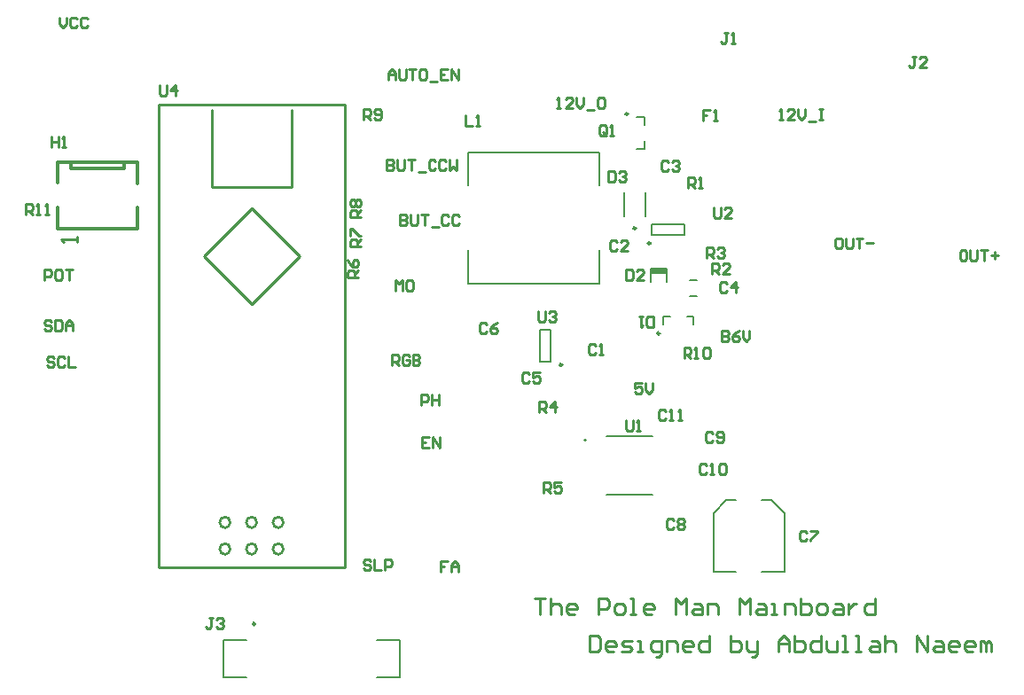
<source format=gbr>
G04*
G04 #@! TF.GenerationSoftware,Altium Limited,Altium Designer,22.4.2 (48)*
G04*
G04 Layer_Color=65535*
%FSLAX25Y25*%
%MOIN*%
G70*
G04*
G04 #@! TF.SameCoordinates,CF3C407C-0524-4A2E-8B94-90E9F096BC4F*
G04*
G04*
G04 #@! TF.FilePolarity,Positive*
G04*
G01*
G75*
%ADD10C,0.01000*%
%ADD11C,0.00984*%
%ADD12C,0.00787*%
%ADD13C,0.00500*%
%ADD14C,0.01181*%
%ADD15C,0.01200*%
%ADD16R,0.06248X0.02000*%
D10*
X94499Y71500D02*
G03*
X94499Y71500I-2000J0D01*
G01*
X104499D02*
G03*
X104499Y71500I-2000J0D01*
G01*
X114499D02*
G03*
X114499Y71500I-2000J0D01*
G01*
X94499Y61500D02*
G03*
X94499Y61500I-2000J0D01*
G01*
X104499D02*
G03*
X104499Y61500I-2000J0D01*
G01*
X114499D02*
G03*
X114499Y61500I-2000J0D01*
G01*
X67499Y54500D02*
X97999D01*
X137499Y228500D02*
X137499Y54500D01*
X67499Y228500D02*
X137499D01*
X67499D02*
X67499Y54500D01*
X97999D02*
X137499D01*
X36999Y177000D02*
Y178999D01*
Y178000D01*
X31001D01*
X32001Y177000D01*
X229500Y28997D02*
Y22999D01*
X232499D01*
X233499Y23999D01*
Y27998D01*
X232499Y28997D01*
X229500D01*
X238497Y22999D02*
X236498D01*
X235498Y23999D01*
Y25998D01*
X236498Y26998D01*
X238497D01*
X239497Y25998D01*
Y24999D01*
X235498D01*
X241496Y22999D02*
X244495D01*
X245495Y23999D01*
X244495Y24999D01*
X242496D01*
X241496Y25998D01*
X242496Y26998D01*
X245495D01*
X247494Y22999D02*
X249494D01*
X248494D01*
Y26998D01*
X247494D01*
X254492Y21000D02*
X255492D01*
X256491Y22000D01*
Y26998D01*
X253492D01*
X252493Y25998D01*
Y23999D01*
X253492Y22999D01*
X256491D01*
X258491D02*
Y26998D01*
X261490D01*
X262489Y25998D01*
Y22999D01*
X267488D02*
X265488D01*
X264489Y23999D01*
Y25998D01*
X265488Y26998D01*
X267488D01*
X268487Y25998D01*
Y24999D01*
X264489D01*
X274485Y28997D02*
Y22999D01*
X271486D01*
X270487Y23999D01*
Y25998D01*
X271486Y26998D01*
X274485D01*
X282483Y28997D02*
Y22999D01*
X285482D01*
X286482Y23999D01*
Y24999D01*
Y25998D01*
X285482Y26998D01*
X282483D01*
X288481D02*
Y23999D01*
X289481Y22999D01*
X292480D01*
Y22000D01*
X291480Y21000D01*
X290480D01*
X292480Y22999D02*
Y26998D01*
X300477Y22999D02*
Y26998D01*
X302476Y28997D01*
X304476Y26998D01*
Y22999D01*
Y25998D01*
X300477D01*
X306475Y28997D02*
Y22999D01*
X309474D01*
X310474Y23999D01*
Y24999D01*
Y25998D01*
X309474Y26998D01*
X306475D01*
X316472Y28997D02*
Y22999D01*
X313473D01*
X312473Y23999D01*
Y25998D01*
X313473Y26998D01*
X316472D01*
X318471D02*
Y23999D01*
X319471Y22999D01*
X322470D01*
Y26998D01*
X324469Y22999D02*
X326469D01*
X325469D01*
Y28997D01*
X324469D01*
X329468Y22999D02*
X331467D01*
X330467D01*
Y28997D01*
X329468D01*
X335466Y26998D02*
X337465D01*
X338465Y25998D01*
Y22999D01*
X335466D01*
X334466Y23999D01*
X335466Y24999D01*
X338465D01*
X340464Y28997D02*
Y22999D01*
Y25998D01*
X341464Y26998D01*
X343463D01*
X344463Y25998D01*
Y22999D01*
X352460D02*
Y28997D01*
X356459Y22999D01*
Y28997D01*
X359458Y26998D02*
X361457D01*
X362457Y25998D01*
Y22999D01*
X359458D01*
X358458Y23999D01*
X359458Y24999D01*
X362457D01*
X367455Y22999D02*
X365456D01*
X364456Y23999D01*
Y25998D01*
X365456Y26998D01*
X367455D01*
X368455Y25998D01*
Y24999D01*
X364456D01*
X373453Y22999D02*
X371454D01*
X370454Y23999D01*
Y25998D01*
X371454Y26998D01*
X373453D01*
X374453Y25998D01*
Y24999D01*
X370454D01*
X376452Y22999D02*
Y26998D01*
X377452D01*
X378452Y25998D01*
Y22999D01*
Y25998D01*
X379451Y26998D01*
X380451Y25998D01*
Y22999D01*
X209000Y42998D02*
X212999D01*
X210999D01*
Y37000D01*
X214998Y42998D02*
Y37000D01*
Y39999D01*
X215998Y40999D01*
X217997D01*
X218997Y39999D01*
Y37000D01*
X223995D02*
X221996D01*
X220996Y38000D01*
Y39999D01*
X221996Y40999D01*
X223995D01*
X224995Y39999D01*
Y38999D01*
X220996D01*
X232992Y37000D02*
Y42998D01*
X235991D01*
X236991Y41998D01*
Y39999D01*
X235991Y38999D01*
X232992D01*
X239990Y37000D02*
X241989D01*
X242989Y38000D01*
Y39999D01*
X241989Y40999D01*
X239990D01*
X238990Y39999D01*
Y38000D01*
X239990Y37000D01*
X244988D02*
X246988D01*
X245988D01*
Y42998D01*
X244988D01*
X252986Y37000D02*
X250986D01*
X249987Y38000D01*
Y39999D01*
X250986Y40999D01*
X252986D01*
X253985Y39999D01*
Y38999D01*
X249987D01*
X261983Y37000D02*
Y42998D01*
X263982Y40999D01*
X265982Y42998D01*
Y37000D01*
X268981Y40999D02*
X270980D01*
X271980Y39999D01*
Y37000D01*
X268981D01*
X267981Y38000D01*
X268981Y38999D01*
X271980D01*
X273979Y37000D02*
Y40999D01*
X276978D01*
X277978Y39999D01*
Y37000D01*
X285975D02*
Y42998D01*
X287974Y40999D01*
X289974Y42998D01*
Y37000D01*
X292973Y40999D02*
X294972D01*
X295972Y39999D01*
Y37000D01*
X292973D01*
X291973Y38000D01*
X292973Y38999D01*
X295972D01*
X297971Y37000D02*
X299971D01*
X298971D01*
Y40999D01*
X297971D01*
X302970Y37000D02*
Y40999D01*
X305969D01*
X306968Y39999D01*
Y37000D01*
X308968Y42998D02*
Y37000D01*
X311967D01*
X312966Y38000D01*
Y38999D01*
Y39999D01*
X311967Y40999D01*
X308968D01*
X315965Y37000D02*
X317965D01*
X318964Y38000D01*
Y39999D01*
X317965Y40999D01*
X315965D01*
X314966Y39999D01*
Y38000D01*
X315965Y37000D01*
X321964Y40999D02*
X323963D01*
X324962Y39999D01*
Y37000D01*
X321964D01*
X320964Y38000D01*
X321964Y38999D01*
X324962D01*
X326962Y40999D02*
Y37000D01*
Y38999D01*
X327961Y39999D01*
X328961Y40999D01*
X329961D01*
X336959Y42998D02*
Y37000D01*
X333960D01*
X332960Y38000D01*
Y39999D01*
X333960Y40999D01*
X336959D01*
X17599Y187400D02*
Y191336D01*
X19567D01*
X20223Y190680D01*
Y189368D01*
X19567Y188712D01*
X17599D01*
X18911D02*
X20223Y187400D01*
X21535D02*
X22847D01*
X22191D01*
Y191336D01*
X21535Y190680D01*
X24815Y187400D02*
X26127D01*
X25471D01*
Y191336D01*
X24815Y190680D01*
X265099Y133400D02*
Y137336D01*
X267067D01*
X267723Y136680D01*
Y135368D01*
X267067Y134712D01*
X265099D01*
X266411D02*
X267723Y133400D01*
X269035D02*
X270347D01*
X269691D01*
Y137336D01*
X269035Y136680D01*
X272315D02*
X272971Y137336D01*
X274283D01*
X274938Y136680D01*
Y134056D01*
X274283Y133400D01*
X272971D01*
X272315Y134056D01*
Y136680D01*
X153381Y207796D02*
Y203860D01*
X155349D01*
X156005Y204516D01*
Y205172D01*
X155349Y205828D01*
X153381D01*
X155349D01*
X156005Y206484D01*
Y207140D01*
X155349Y207796D01*
X153381D01*
X157317D02*
Y204516D01*
X157973Y203860D01*
X159284D01*
X159940Y204516D01*
Y207796D01*
X161252D02*
X163876D01*
X162564D01*
Y203860D01*
X165188Y203204D02*
X167812D01*
X171748Y207140D02*
X171092Y207796D01*
X169780D01*
X169124Y207140D01*
Y204516D01*
X169780Y203860D01*
X171092D01*
X171748Y204516D01*
X175683Y207140D02*
X175027Y207796D01*
X173715D01*
X173060Y207140D01*
Y204516D01*
X173715Y203860D01*
X175027D01*
X175683Y204516D01*
X176995Y207796D02*
Y203860D01*
X178307Y205172D01*
X179619Y203860D01*
Y207796D01*
X158349Y187296D02*
Y183360D01*
X160317D01*
X160973Y184016D01*
Y184672D01*
X160317Y185328D01*
X158349D01*
X160317D01*
X160973Y185984D01*
Y186640D01*
X160317Y187296D01*
X158349D01*
X162285D02*
Y184016D01*
X162940Y183360D01*
X164252D01*
X164908Y184016D01*
Y187296D01*
X166220D02*
X168844D01*
X167532D01*
Y183360D01*
X170156Y182704D02*
X172780D01*
X176716Y186640D02*
X176060Y187296D01*
X174748D01*
X174092Y186640D01*
Y184016D01*
X174748Y183360D01*
X176060D01*
X176716Y184016D01*
X180651Y186640D02*
X179995Y187296D01*
X178683D01*
X178027Y186640D01*
Y184016D01*
X178683Y183360D01*
X179995D01*
X180651Y184016D01*
X153880Y237860D02*
Y240484D01*
X155192Y241796D01*
X156504Y240484D01*
Y237860D01*
Y239828D01*
X153880D01*
X157816Y241796D02*
Y238516D01*
X158472Y237860D01*
X159784D01*
X160440Y238516D01*
Y241796D01*
X161751D02*
X164375D01*
X163063D01*
Y237860D01*
X167655Y241796D02*
X166343D01*
X165687Y241140D01*
Y238516D01*
X166343Y237860D01*
X167655D01*
X168311Y238516D01*
Y241140D01*
X167655Y241796D01*
X169623Y237204D02*
X172247D01*
X176182Y241796D02*
X173559D01*
Y237860D01*
X176182D01*
X173559Y239828D02*
X174871D01*
X177494Y237860D02*
Y241796D01*
X180118Y237860D01*
Y241796D01*
X235999Y217688D02*
Y220312D01*
X235343Y220968D01*
X234031D01*
X233375Y220312D01*
Y217688D01*
X234031Y217032D01*
X235343D01*
X234687Y218344D02*
X235999Y217032D01*
X235343D02*
X235999Y217688D01*
X237311Y217032D02*
X238623D01*
X237967D01*
Y220968D01*
X237311Y220312D01*
X274999Y226468D02*
X272375D01*
Y224500D01*
X273687D01*
X272375D01*
Y222532D01*
X276311D02*
X277623D01*
X276967D01*
Y226468D01*
X276311Y225812D01*
X217399Y227200D02*
X218711D01*
X218055D01*
Y231136D01*
X217399Y230480D01*
X223303Y227200D02*
X220679D01*
X223303Y229824D01*
Y230480D01*
X222647Y231136D01*
X221335D01*
X220679Y230480D01*
X224615Y231136D02*
Y228512D01*
X225926Y227200D01*
X227238Y228512D01*
Y231136D01*
X228550Y226544D02*
X231174D01*
X234454Y231136D02*
X233142D01*
X232486Y230480D01*
Y227856D01*
X233142Y227200D01*
X234454D01*
X235110Y227856D01*
Y230480D01*
X234454Y231136D01*
X176343Y56968D02*
X173719D01*
Y55000D01*
X175031D01*
X173719D01*
Y53032D01*
X177655D02*
Y55656D01*
X178967Y56968D01*
X180279Y55656D01*
Y53032D01*
Y55000D01*
X177655D01*
X30399Y261436D02*
Y258812D01*
X31711Y257500D01*
X33023Y258812D01*
Y261436D01*
X36959Y260780D02*
X36303Y261436D01*
X34991D01*
X34335Y260780D01*
Y258156D01*
X34991Y257500D01*
X36303D01*
X36959Y258156D01*
X40894Y260780D02*
X40238Y261436D01*
X38927D01*
X38271Y260780D01*
Y258156D01*
X38927Y257500D01*
X40238D01*
X40894Y258156D01*
X24751Y162532D02*
Y166468D01*
X26719D01*
X27375Y165812D01*
Y164500D01*
X26719Y163844D01*
X24751D01*
X30655Y166468D02*
X29343D01*
X28687Y165812D01*
Y163188D01*
X29343Y162532D01*
X30655D01*
X31311Y163188D01*
Y165812D01*
X30655Y166468D01*
X32623D02*
X35247D01*
X33935D01*
Y162532D01*
X27375Y146812D02*
X26719Y147468D01*
X25407D01*
X24751Y146812D01*
Y146156D01*
X25407Y145500D01*
X26719D01*
X27375Y144844D01*
Y144188D01*
X26719Y143532D01*
X25407D01*
X24751Y144188D01*
X28687Y147468D02*
Y143532D01*
X30655D01*
X31311Y144188D01*
Y146812D01*
X30655Y147468D01*
X28687D01*
X32623Y143532D02*
Y146156D01*
X33935Y147468D01*
X35247Y146156D01*
Y143532D01*
Y145500D01*
X32623D01*
X155252Y130532D02*
Y134468D01*
X157220D01*
X157876Y133812D01*
Y132500D01*
X157220Y131844D01*
X155252D01*
X156564D02*
X157876Y130532D01*
X161812Y133812D02*
X161156Y134468D01*
X159844D01*
X159188Y133812D01*
Y131188D01*
X159844Y130532D01*
X161156D01*
X161812Y131188D01*
Y132500D01*
X160500D01*
X163124Y134468D02*
Y130532D01*
X165092D01*
X165748Y131188D01*
Y131844D01*
X165092Y132500D01*
X163124D01*
X165092D01*
X165748Y133156D01*
Y133812D01*
X165092Y134468D01*
X163124D01*
X28375Y133312D02*
X27719Y133968D01*
X26407D01*
X25751Y133312D01*
Y132656D01*
X26407Y132000D01*
X27719D01*
X28375Y131344D01*
Y130688D01*
X27719Y130032D01*
X26407D01*
X25751Y130688D01*
X32311Y133312D02*
X31655Y133968D01*
X30343D01*
X29687Y133312D01*
Y130688D01*
X30343Y130032D01*
X31655D01*
X32311Y130688D01*
X33623Y133968D02*
Y130032D01*
X36247D01*
X323867Y178436D02*
X322555D01*
X321899Y177780D01*
Y175156D01*
X322555Y174500D01*
X323867D01*
X324523Y175156D01*
Y177780D01*
X323867Y178436D01*
X325835D02*
Y175156D01*
X326491Y174500D01*
X327803D01*
X328459Y175156D01*
Y178436D01*
X329771D02*
X332394D01*
X331083D01*
Y174500D01*
X333706Y176468D02*
X336330D01*
X370752Y173968D02*
X369440D01*
X368784Y173312D01*
Y170688D01*
X369440Y170032D01*
X370752D01*
X371408Y170688D01*
Y173312D01*
X370752Y173968D01*
X372720D02*
Y170688D01*
X373376Y170032D01*
X374688D01*
X375344Y170688D01*
Y173968D01*
X376656D02*
X379280D01*
X377968D01*
Y170032D01*
X380592Y172000D02*
X383215D01*
X381904Y173312D02*
Y170688D01*
X169344Y103468D02*
X166720D01*
Y99532D01*
X169344D01*
X166720Y101500D02*
X168032D01*
X170656Y99532D02*
Y103468D01*
X173280Y99532D01*
Y103468D01*
X147375Y56812D02*
X146719Y57468D01*
X145407D01*
X144751Y56812D01*
Y56156D01*
X145407Y55500D01*
X146719D01*
X147375Y54844D01*
Y54188D01*
X146719Y53532D01*
X145407D01*
X144751Y54188D01*
X148687Y57468D02*
Y53532D01*
X151311D01*
X152623D02*
Y57468D01*
X154591D01*
X155247Y56812D01*
Y55500D01*
X154591Y54844D01*
X152623D01*
X166220Y115532D02*
Y119468D01*
X168188D01*
X168844Y118812D01*
Y117500D01*
X168188Y116844D01*
X166220D01*
X170156Y119468D02*
Y115532D01*
Y117500D01*
X172780D01*
Y119468D01*
Y115532D01*
X249344Y123968D02*
X246720D01*
Y122000D01*
X248032Y122656D01*
X248688D01*
X249344Y122000D01*
Y120688D01*
X248688Y120032D01*
X247376D01*
X246720Y120688D01*
X250656Y123968D02*
Y121344D01*
X251968Y120032D01*
X253280Y121344D01*
Y123968D01*
X279252Y143468D02*
Y139532D01*
X281220D01*
X281876Y140188D01*
Y140844D01*
X281220Y141500D01*
X279252D01*
X281220D01*
X281876Y142156D01*
Y142812D01*
X281220Y143468D01*
X279252D01*
X285812D02*
X284500Y142812D01*
X283188Y141500D01*
Y140188D01*
X283844Y139532D01*
X285156D01*
X285812Y140188D01*
Y140844D01*
X285156Y141500D01*
X283188D01*
X287124Y143468D02*
Y140844D01*
X288436Y139532D01*
X289748Y140844D01*
Y143468D01*
X300800Y222860D02*
X302112D01*
X301456D01*
Y226796D01*
X300800Y226140D01*
X306703Y222860D02*
X304079D01*
X306703Y225484D01*
Y226140D01*
X306047Y226796D01*
X304735D01*
X304079Y226140D01*
X308015Y226796D02*
Y224172D01*
X309327Y222860D01*
X310639Y224172D01*
Y226796D01*
X311951Y222204D02*
X314575D01*
X315887Y226796D02*
X317198D01*
X316543D01*
Y222860D01*
X315887D01*
X317198D01*
X156720Y158532D02*
Y162468D01*
X158032Y161156D01*
X159344Y162468D01*
Y158532D01*
X162624Y162468D02*
X161312D01*
X160656Y161812D01*
Y159188D01*
X161312Y158532D01*
X162624D01*
X163280Y159188D01*
Y161812D01*
X162624Y162468D01*
X144720Y223032D02*
Y226968D01*
X146688D01*
X147344Y226312D01*
Y225000D01*
X146688Y224344D01*
X144720D01*
X146032D02*
X147344Y223032D01*
X148656Y223688D02*
X149312Y223032D01*
X150624D01*
X151280Y223688D01*
Y226312D01*
X150624Y226968D01*
X149312D01*
X148656Y226312D01*
Y225656D01*
X149312Y225000D01*
X151280D01*
X143468Y186220D02*
X139532D01*
Y188188D01*
X140188Y188844D01*
X141500D01*
X142156Y188188D01*
Y186220D01*
Y187532D02*
X143468Y188844D01*
X140188Y190156D02*
X139532Y190812D01*
Y192124D01*
X140188Y192780D01*
X140844D01*
X141500Y192124D01*
X142156Y192780D01*
X142812D01*
X143468Y192124D01*
Y190812D01*
X142812Y190156D01*
X142156D01*
X141500Y190812D01*
X140844Y190156D01*
X140188D01*
X141500Y190812D02*
Y192124D01*
X143468Y175220D02*
X139532D01*
Y177188D01*
X140188Y177844D01*
X141500D01*
X142156Y177188D01*
Y175220D01*
Y176532D02*
X143468Y177844D01*
X139532Y179156D02*
Y181780D01*
X140188D01*
X142812Y179156D01*
X143468D01*
X142467Y163720D02*
X138531D01*
Y165688D01*
X139187Y166344D01*
X140499D01*
X141155Y165688D01*
Y163720D01*
Y165032D02*
X142467Y166344D01*
X138531Y170280D02*
X139187Y168968D01*
X140499Y167656D01*
X141811D01*
X142467Y168312D01*
Y169624D01*
X141811Y170280D01*
X141155D01*
X140499Y169624D01*
Y167656D01*
X212220Y82532D02*
Y86468D01*
X214188D01*
X214844Y85812D01*
Y84500D01*
X214188Y83844D01*
X212220D01*
X213532D02*
X214844Y82532D01*
X218780Y86468D02*
X216156D01*
Y84500D01*
X217468Y85156D01*
X218124D01*
X218780Y84500D01*
Y83188D01*
X218124Y82532D01*
X216812D01*
X216156Y83188D01*
X210720Y113032D02*
Y116968D01*
X212688D01*
X213344Y116312D01*
Y115000D01*
X212688Y114344D01*
X210720D01*
X212032D02*
X213344Y113032D01*
X216624D02*
Y116968D01*
X214656Y115000D01*
X217280D01*
X258360Y113312D02*
X257704Y113968D01*
X256392D01*
X255736Y113312D01*
Y110688D01*
X256392Y110032D01*
X257704D01*
X258360Y110688D01*
X259672Y110032D02*
X260984D01*
X260328D01*
Y113968D01*
X259672Y113312D01*
X262952Y110032D02*
X264264D01*
X263608D01*
Y113968D01*
X262952Y113312D01*
X273703Y92812D02*
X273047Y93468D01*
X271735D01*
X271079Y92812D01*
Y90188D01*
X271735Y89532D01*
X273047D01*
X273703Y90188D01*
X275015Y89532D02*
X276327D01*
X275671D01*
Y93468D01*
X275015Y92812D01*
X278295D02*
X278951Y93468D01*
X280263D01*
X280919Y92812D01*
Y90188D01*
X280263Y89532D01*
X278951D01*
X278295Y90188D01*
Y92812D01*
X275843Y104812D02*
X275187Y105468D01*
X273875D01*
X273219Y104812D01*
Y102188D01*
X273875Y101532D01*
X275187D01*
X275843Y102188D01*
X277155D02*
X277811Y101532D01*
X279123D01*
X279779Y102188D01*
Y104812D01*
X279123Y105468D01*
X277811D01*
X277155Y104812D01*
Y104156D01*
X277811Y103500D01*
X279779D01*
X261343Y72312D02*
X260687Y72968D01*
X259375D01*
X258719Y72312D01*
Y69688D01*
X259375Y69032D01*
X260687D01*
X261343Y69688D01*
X262655Y72312D02*
X263311Y72968D01*
X264623D01*
X265279Y72312D01*
Y71656D01*
X264623Y71000D01*
X265279Y70344D01*
Y69688D01*
X264623Y69032D01*
X263311D01*
X262655Y69688D01*
Y70344D01*
X263311Y71000D01*
X262655Y71656D01*
Y72312D01*
X263311Y71000D02*
X264623D01*
X311343Y67765D02*
X310687Y68421D01*
X309375D01*
X308719Y67765D01*
Y65141D01*
X309375Y64485D01*
X310687D01*
X311343Y65141D01*
X312655Y68421D02*
X315279D01*
Y67765D01*
X312655Y65141D01*
Y64485D01*
X67999Y235936D02*
Y232656D01*
X68655Y232000D01*
X69967D01*
X70623Y232656D01*
Y235936D01*
X73903Y232000D02*
Y235936D01*
X71935Y233968D01*
X74559D01*
X210219Y150968D02*
Y147688D01*
X210875Y147032D01*
X212187D01*
X212843Y147688D01*
Y150968D01*
X214155Y150312D02*
X214811Y150968D01*
X216123D01*
X216779Y150312D01*
Y149656D01*
X216123Y149000D01*
X215467D01*
X216123D01*
X216779Y148344D01*
Y147688D01*
X216123Y147032D01*
X214811D01*
X214155Y147688D01*
X276219Y189968D02*
Y186688D01*
X276875Y186032D01*
X278187D01*
X278843Y186688D01*
Y189968D01*
X282779Y186032D02*
X280155D01*
X282779Y188656D01*
Y189312D01*
X282123Y189968D01*
X280811D01*
X280155Y189312D01*
X243375Y109968D02*
Y106688D01*
X244031Y106032D01*
X245343D01*
X245999Y106688D01*
Y109968D01*
X247311Y106032D02*
X248623D01*
X247967D01*
Y109968D01*
X247311Y109312D01*
X273720Y171032D02*
Y174968D01*
X275688D01*
X276344Y174312D01*
Y173000D01*
X275688Y172344D01*
X273720D01*
X275032D02*
X276344Y171032D01*
X277656Y174312D02*
X278312Y174968D01*
X279624D01*
X280280Y174312D01*
Y173656D01*
X279624Y173000D01*
X278968D01*
X279624D01*
X280280Y172344D01*
Y171688D01*
X279624Y171032D01*
X278312D01*
X277656Y171688D01*
X275719Y165032D02*
Y168968D01*
X277687D01*
X278343Y168312D01*
Y167000D01*
X277687Y166344D01*
X275719D01*
X277031D02*
X278343Y165032D01*
X282279D02*
X279655D01*
X282279Y167656D01*
Y168312D01*
X281623Y168968D01*
X280311D01*
X279655Y168312D01*
X266599Y197400D02*
Y201336D01*
X268567D01*
X269223Y200680D01*
Y199368D01*
X268567Y198712D01*
X266599D01*
X267911D02*
X269223Y197400D01*
X270535D02*
X271847D01*
X271191D01*
Y201336D01*
X270535Y200680D01*
X182876Y224468D02*
Y220532D01*
X185500D01*
X186812D02*
X188124D01*
X187468D01*
Y224468D01*
X186812Y223812D01*
X87844Y35468D02*
X86532D01*
X87188D01*
Y32188D01*
X86532Y31532D01*
X85876D01*
X85220Y32188D01*
X89156Y34812D02*
X89812Y35468D01*
X91124D01*
X91780Y34812D01*
Y34156D01*
X91124Y33500D01*
X90468D01*
X91124D01*
X91780Y32844D01*
Y32188D01*
X91124Y31532D01*
X89812D01*
X89156Y32188D01*
X352344Y246468D02*
X351032D01*
X351688D01*
Y243188D01*
X351032Y242532D01*
X350376D01*
X349720Y243188D01*
X356280Y242532D02*
X353656D01*
X356280Y245156D01*
Y245812D01*
X355624Y246468D01*
X354312D01*
X353656Y245812D01*
X281499Y255468D02*
X280187D01*
X280843D01*
Y252188D01*
X280187Y251532D01*
X279531D01*
X278875Y252188D01*
X282811Y251532D02*
X284123D01*
X283467D01*
Y255468D01*
X282811Y254812D01*
X27299Y216536D02*
Y212600D01*
Y214568D01*
X29923D01*
Y216536D01*
Y212600D01*
X31235D02*
X32547D01*
X31891D01*
Y216536D01*
X31235Y215880D01*
X236720Y203468D02*
Y199532D01*
X238688D01*
X239344Y200188D01*
Y202812D01*
X238688Y203468D01*
X236720D01*
X240656Y202812D02*
X241312Y203468D01*
X242624D01*
X243280Y202812D01*
Y202156D01*
X242624Y201500D01*
X241968D01*
X242624D01*
X243280Y200844D01*
Y200188D01*
X242624Y199532D01*
X241312D01*
X240656Y200188D01*
X243219Y166468D02*
Y162532D01*
X245187D01*
X245843Y163188D01*
Y165812D01*
X245187Y166468D01*
X243219D01*
X249779Y162532D02*
X247155D01*
X249779Y165156D01*
Y165812D01*
X249123Y166468D01*
X247811D01*
X247155Y165812D01*
X253623Y145032D02*
Y148968D01*
X251655D01*
X250999Y148312D01*
Y145688D01*
X251655Y145032D01*
X253623D01*
X249687Y148968D02*
X248375D01*
X249031D01*
Y145032D01*
X249687Y145688D01*
X190844Y145812D02*
X190188Y146468D01*
X188876D01*
X188220Y145812D01*
Y143188D01*
X188876Y142532D01*
X190188D01*
X190844Y143188D01*
X194780Y146468D02*
X193468Y145812D01*
X192156Y144500D01*
Y143188D01*
X192812Y142532D01*
X194124D01*
X194780Y143188D01*
Y143844D01*
X194124Y144500D01*
X192156D01*
X206844Y127312D02*
X206188Y127968D01*
X204876D01*
X204220Y127312D01*
Y124688D01*
X204876Y124032D01*
X206188D01*
X206844Y124688D01*
X210780Y127968D02*
X208156D01*
Y126000D01*
X209468Y126656D01*
X210124D01*
X210780Y126000D01*
Y124688D01*
X210124Y124032D01*
X208812D01*
X208156Y124688D01*
X281343Y161312D02*
X280687Y161968D01*
X279375D01*
X278719Y161312D01*
Y158688D01*
X279375Y158032D01*
X280687D01*
X281343Y158688D01*
X284623Y158032D02*
Y161968D01*
X282655Y160000D01*
X285279D01*
X259323Y206880D02*
X258667Y207536D01*
X257355D01*
X256699Y206880D01*
Y204256D01*
X257355Y203600D01*
X258667D01*
X259323Y204256D01*
X260635Y206880D02*
X261291Y207536D01*
X262603D01*
X263259Y206880D01*
Y206224D01*
X262603Y205568D01*
X261947D01*
X262603D01*
X263259Y204912D01*
Y204256D01*
X262603Y203600D01*
X261291D01*
X260635Y204256D01*
X239843Y176812D02*
X239187Y177468D01*
X237875D01*
X237219Y176812D01*
Y174188D01*
X237875Y173532D01*
X239187D01*
X239843Y174188D01*
X243779Y173532D02*
X241155D01*
X243779Y176156D01*
Y176812D01*
X243123Y177468D01*
X241811D01*
X241155Y176812D01*
X231999Y137812D02*
X231343Y138468D01*
X230031D01*
X229375Y137812D01*
Y135188D01*
X230031Y134532D01*
X231343D01*
X231999Y135188D01*
X233311Y134532D02*
X234623D01*
X233967D01*
Y138468D01*
X233311Y137812D01*
D11*
X244054Y225087D02*
G03*
X244054Y225087I-492J0D01*
G01*
X219298Y130815D02*
G03*
X219298Y130815I-492J0D01*
G01*
X252503Y176480D02*
G03*
X252503Y176480I-492J0D01*
G01*
X103869Y33307D02*
G03*
X103869Y33307I-492J0D01*
G01*
X246991Y182142D02*
G03*
X246991Y182142I-492J0D01*
G01*
X256011Y142563D02*
G03*
X256011Y142563I-492J0D01*
G01*
X102499Y189500D02*
X120499Y171500D01*
X84499D02*
X102499Y189500D01*
X84499Y171500D02*
X102499Y153500D01*
X120499Y171500D01*
X117499Y197500D02*
Y226500D01*
X87499Y197500D02*
X117499D01*
X87499D02*
Y226500D01*
D12*
X228357Y102449D02*
G03*
X228357Y102449I-394J0D01*
G01*
X250255Y212094D02*
Y215047D01*
X247302Y212094D02*
X250255D01*
Y220953D02*
Y223905D01*
X247302D02*
X250255D01*
X276113Y53067D02*
Y74967D01*
Y53067D02*
X284676D01*
X294322D02*
X302885D01*
Y74967D01*
X280985Y79839D02*
X284676D01*
X276113Y74967D02*
X280985Y79839D01*
X298013D02*
X302885Y74967D01*
X294322Y79839D02*
X298013D01*
X211031Y131898D02*
Y144102D01*
X214968Y131898D02*
Y144102D01*
X211031D02*
X214968D01*
X211031Y131898D02*
X214968D01*
X252897Y179532D02*
Y183468D01*
X265102Y179532D02*
Y183468D01*
X252897Y179532D02*
X265102D01*
X252897Y183468D02*
X265102D01*
X183893Y198205D02*
Y210606D01*
X233105Y198205D02*
Y210606D01*
X183893Y161394D02*
Y173795D01*
X233105Y161394D02*
Y173795D01*
X183893Y210606D02*
X233105D01*
X183893Y161394D02*
X233105D01*
X91861Y27401D02*
X100621D01*
X91861Y13228D02*
Y27401D01*
Y13228D02*
X100621D01*
X149440Y27402D02*
X158200D01*
Y13228D02*
Y27402D01*
X149440Y13228D02*
X158200D01*
X242562Y186472D02*
Y195528D01*
X250436Y186472D02*
Y195528D01*
X252448Y167000D02*
X258550D01*
Y162000D02*
Y167000D01*
X252448Y162000D02*
Y167000D01*
X257251Y145850D02*
Y149059D01*
X259850D01*
X268747Y145850D02*
Y149059D01*
X266149D02*
X268747D01*
X267121Y156547D02*
X269877D01*
X267318Y162453D02*
X269877D01*
D13*
X235838Y104024D02*
X253161D01*
X235838Y81976D02*
X253161D01*
D14*
X59499Y182000D02*
Y189972D01*
Y199028D02*
Y207000D01*
X29499Y182000D02*
Y190051D01*
Y199146D02*
Y207000D01*
D15*
X54499Y204500D02*
Y207000D01*
X29499D02*
X59499D01*
X29499Y182000D02*
X59499D01*
X34499Y204500D02*
Y207000D01*
Y204500D02*
X54499D01*
X56999Y207000D02*
X59499D01*
D16*
X255623Y166000D02*
D03*
M02*

</source>
